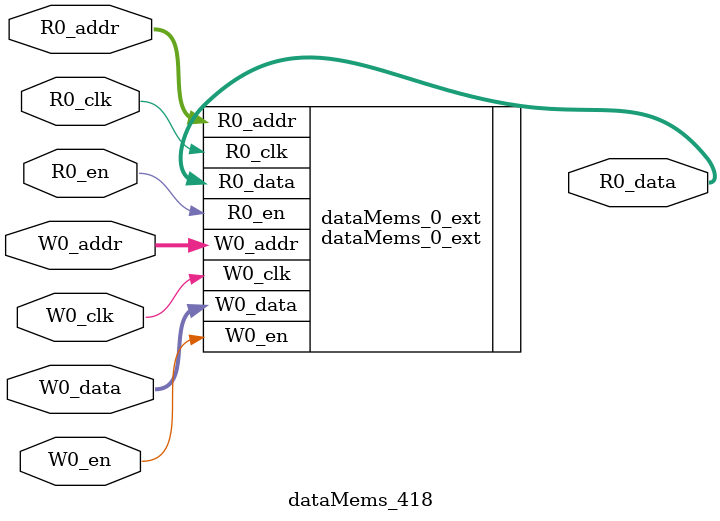
<source format=sv>
`ifndef RANDOMIZE
  `ifdef RANDOMIZE_REG_INIT
    `define RANDOMIZE
  `endif // RANDOMIZE_REG_INIT
`endif // not def RANDOMIZE
`ifndef RANDOMIZE
  `ifdef RANDOMIZE_MEM_INIT
    `define RANDOMIZE
  `endif // RANDOMIZE_MEM_INIT
`endif // not def RANDOMIZE

`ifndef RANDOM
  `define RANDOM $random
`endif // not def RANDOM

// Users can define 'PRINTF_COND' to add an extra gate to prints.
`ifndef PRINTF_COND_
  `ifdef PRINTF_COND
    `define PRINTF_COND_ (`PRINTF_COND)
  `else  // PRINTF_COND
    `define PRINTF_COND_ 1
  `endif // PRINTF_COND
`endif // not def PRINTF_COND_

// Users can define 'ASSERT_VERBOSE_COND' to add an extra gate to assert error printing.
`ifndef ASSERT_VERBOSE_COND_
  `ifdef ASSERT_VERBOSE_COND
    `define ASSERT_VERBOSE_COND_ (`ASSERT_VERBOSE_COND)
  `else  // ASSERT_VERBOSE_COND
    `define ASSERT_VERBOSE_COND_ 1
  `endif // ASSERT_VERBOSE_COND
`endif // not def ASSERT_VERBOSE_COND_

// Users can define 'STOP_COND' to add an extra gate to stop conditions.
`ifndef STOP_COND_
  `ifdef STOP_COND
    `define STOP_COND_ (`STOP_COND)
  `else  // STOP_COND
    `define STOP_COND_ 1
  `endif // STOP_COND
`endif // not def STOP_COND_

// Users can define INIT_RANDOM as general code that gets injected into the
// initializer block for modules with registers.
`ifndef INIT_RANDOM
  `define INIT_RANDOM
`endif // not def INIT_RANDOM

// If using random initialization, you can also define RANDOMIZE_DELAY to
// customize the delay used, otherwise 0.002 is used.
`ifndef RANDOMIZE_DELAY
  `define RANDOMIZE_DELAY 0.002
`endif // not def RANDOMIZE_DELAY

// Define INIT_RANDOM_PROLOG_ for use in our modules below.
`ifndef INIT_RANDOM_PROLOG_
  `ifdef RANDOMIZE
    `ifdef VERILATOR
      `define INIT_RANDOM_PROLOG_ `INIT_RANDOM
    `else  // VERILATOR
      `define INIT_RANDOM_PROLOG_ `INIT_RANDOM #`RANDOMIZE_DELAY begin end
    `endif // VERILATOR
  `else  // RANDOMIZE
    `define INIT_RANDOM_PROLOG_
  `endif // RANDOMIZE
`endif // not def INIT_RANDOM_PROLOG_

// Include register initializers in init blocks unless synthesis is set
`ifndef SYNTHESIS
  `ifndef ENABLE_INITIAL_REG_
    `define ENABLE_INITIAL_REG_
  `endif // not def ENABLE_INITIAL_REG_
`endif // not def SYNTHESIS

// Include rmemory initializers in init blocks unless synthesis is set
`ifndef SYNTHESIS
  `ifndef ENABLE_INITIAL_MEM_
    `define ENABLE_INITIAL_MEM_
  `endif // not def ENABLE_INITIAL_MEM_
`endif // not def SYNTHESIS

module dataMems_418(	// @[generators/ara/src/main/scala/UnsafeAXI4ToTL.scala:365:62]
  input  [4:0]  R0_addr,
  input         R0_en,
  input         R0_clk,
  output [66:0] R0_data,
  input  [4:0]  W0_addr,
  input         W0_en,
  input         W0_clk,
  input  [66:0] W0_data
);

  dataMems_0_ext dataMems_0_ext (	// @[generators/ara/src/main/scala/UnsafeAXI4ToTL.scala:365:62]
    .R0_addr (R0_addr),
    .R0_en   (R0_en),
    .R0_clk  (R0_clk),
    .R0_data (R0_data),
    .W0_addr (W0_addr),
    .W0_en   (W0_en),
    .W0_clk  (W0_clk),
    .W0_data (W0_data)
  );
endmodule


</source>
